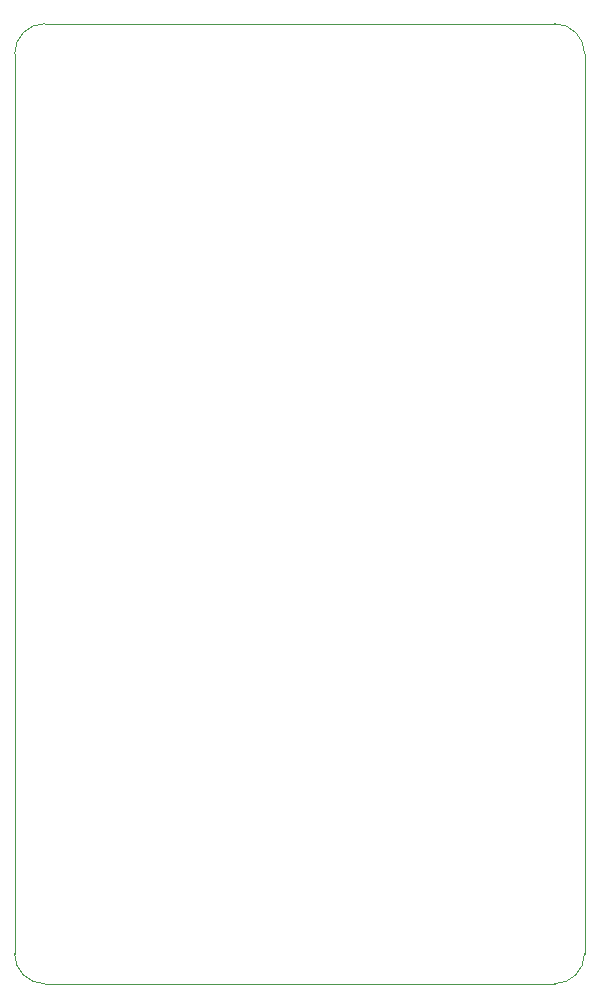
<source format=gbr>
%TF.GenerationSoftware,KiCad,Pcbnew,8.0.3*%
%TF.CreationDate,2024-07-09T13:00:30-04:00*%
%TF.ProjectId,PCB,5043422e-6b69-4636-9164-5f7063625858,rev?*%
%TF.SameCoordinates,Original*%
%TF.FileFunction,Profile,NP*%
%FSLAX46Y46*%
G04 Gerber Fmt 4.6, Leading zero omitted, Abs format (unit mm)*
G04 Created by KiCad (PCBNEW 8.0.3) date 2024-07-09 13:00:30*
%MOMM*%
%LPD*%
G01*
G04 APERTURE LIST*
%TA.AperFunction,Profile*%
%ADD10C,0.050000*%
%TD*%
G04 APERTURE END LIST*
D10*
X29718000Y-31750000D02*
X72898000Y-31750000D01*
X75438000Y-34290000D02*
X75438000Y-110490000D01*
X27178000Y-110490000D02*
X27178000Y-34290000D01*
X27178000Y-34290000D02*
G75*
G02*
X29718000Y-31750000I2540000J0D01*
G01*
X29718000Y-113030000D02*
G75*
G02*
X27178000Y-110490000I0J2540000D01*
G01*
X72898000Y-113030000D02*
X29718000Y-113030000D01*
X75438000Y-110490000D02*
G75*
G02*
X72898000Y-113030000I-2540000J0D01*
G01*
X72898000Y-31750000D02*
G75*
G02*
X75438000Y-34290000I0J-2540000D01*
G01*
M02*

</source>
